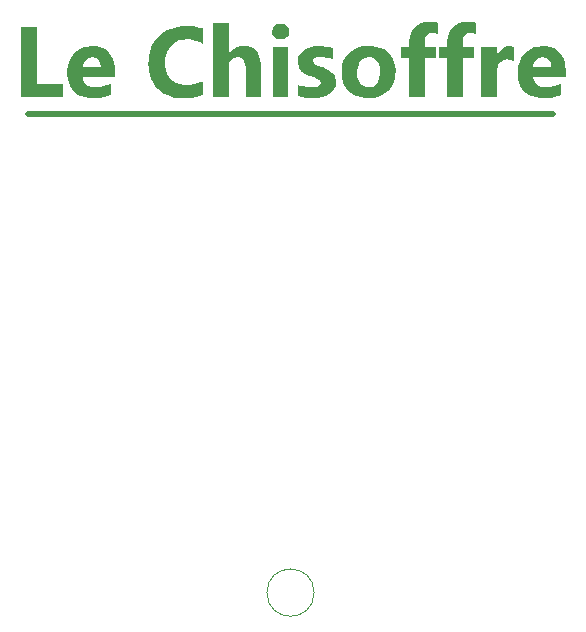
<source format=gbr>
%TF.GenerationSoftware,KiCad,Pcbnew,8.0.8*%
%TF.CreationDate,2025-05-06T21:02:24+02:00*%
%TF.ProjectId,Le Chisoffre,4c652043-6869-4736-9f66-6672652e6b69,rev?*%
%TF.SameCoordinates,Original*%
%TF.FileFunction,Legend,Top*%
%TF.FilePolarity,Positive*%
%FSLAX46Y46*%
G04 Gerber Fmt 4.6, Leading zero omitted, Abs format (unit mm)*
G04 Created by KiCad (PCBNEW 8.0.8) date 2025-05-06 21:02:24*
%MOMM*%
%LPD*%
G01*
G04 APERTURE LIST*
%ADD10C,0.500000*%
%ADD11C,1.200000*%
%ADD12C,0.120000*%
G04 APERTURE END LIST*
D10*
X128587500Y-48418750D02*
X173037500Y-48418750D01*
D11*
G36*
X131519757Y-46940000D02*
G01*
X127999729Y-46940000D01*
X127999729Y-41031277D01*
X129331830Y-41031277D01*
X129331830Y-45814528D01*
X131519757Y-45814528D01*
X131519757Y-46940000D01*
G37*
G36*
X134354237Y-42645271D02*
G01*
X134656247Y-42704004D01*
X134971346Y-42822014D01*
X135246334Y-42993317D01*
X135450113Y-43182568D01*
X135647113Y-43445274D01*
X135795726Y-43746127D01*
X135884598Y-44034364D01*
X135937921Y-44350628D01*
X135955696Y-44694919D01*
X135955696Y-45251793D01*
X133202102Y-45251793D01*
X133262895Y-45538656D01*
X133424983Y-45798317D01*
X133685245Y-45977194D01*
X133986465Y-46066221D01*
X134292579Y-46095072D01*
X134359813Y-46095896D01*
X134656289Y-46082432D01*
X134975369Y-46034072D01*
X135273384Y-45950541D01*
X135550332Y-45831839D01*
X135583470Y-45814528D01*
X135583470Y-46752421D01*
X135310896Y-46862056D01*
X135004803Y-46944762D01*
X134715759Y-46994221D01*
X134402088Y-47023897D01*
X134063791Y-47033789D01*
X133755336Y-47020014D01*
X133414755Y-46967120D01*
X133106425Y-46874556D01*
X132830347Y-46742322D01*
X132586520Y-46570417D01*
X132476701Y-46469588D01*
X132284960Y-46242350D01*
X132132891Y-45983789D01*
X132020491Y-45693903D01*
X131947762Y-45372693D01*
X131917458Y-45081090D01*
X131912500Y-44895687D01*
X131927383Y-44579333D01*
X131953354Y-44407690D01*
X133193309Y-44407690D01*
X134748159Y-44407690D01*
X134713027Y-44078786D01*
X134586837Y-43801815D01*
X134335175Y-43616343D01*
X134013965Y-43563586D01*
X133721606Y-43624036D01*
X133471746Y-43805387D01*
X133296707Y-44058157D01*
X133204223Y-44341139D01*
X133193309Y-44407690D01*
X131953354Y-44407690D01*
X131972034Y-44284231D01*
X132064907Y-43958161D01*
X132200645Y-43662694D01*
X132379248Y-43397829D01*
X132522130Y-43238255D01*
X132760633Y-43030080D01*
X133018920Y-42864976D01*
X133296990Y-42742942D01*
X133594844Y-42663979D01*
X133912482Y-42628087D01*
X134022758Y-42625694D01*
X134354237Y-42645271D01*
G37*
G36*
X143387029Y-46752421D02*
G01*
X143084782Y-46862056D01*
X142795687Y-46934596D01*
X142478873Y-46987352D01*
X142134342Y-47020325D01*
X141826059Y-47032690D01*
X141697357Y-47033789D01*
X141366095Y-47021332D01*
X141053013Y-46983963D01*
X140758113Y-46921681D01*
X140415054Y-46808795D01*
X140100403Y-46656983D01*
X139814160Y-46466245D01*
X139556324Y-46236580D01*
X139332147Y-45974501D01*
X139145967Y-45686518D01*
X138997783Y-45372633D01*
X138887594Y-45032844D01*
X138826801Y-44742363D01*
X138790325Y-44435304D01*
X138778166Y-44111667D01*
X138791859Y-43766483D01*
X138832938Y-43438015D01*
X138901402Y-43126262D01*
X138997252Y-42831224D01*
X139120488Y-42552902D01*
X139271109Y-42291295D01*
X139449116Y-42046403D01*
X139654509Y-41818227D01*
X139881724Y-41611804D01*
X140125196Y-41432903D01*
X140384925Y-41281526D01*
X140660912Y-41157672D01*
X140953156Y-41061341D01*
X141261658Y-40992534D01*
X141586417Y-40951249D01*
X141927433Y-40937487D01*
X142242633Y-40944082D01*
X142538666Y-40963866D01*
X142859816Y-41003616D01*
X143154880Y-41061318D01*
X143387029Y-41125066D01*
X143387029Y-42438115D01*
X143119444Y-42291936D01*
X142836011Y-42181660D01*
X142536730Y-42107288D01*
X142221601Y-42068820D01*
X142034412Y-42062958D01*
X141733552Y-42081506D01*
X141411070Y-42150027D01*
X141119302Y-42269038D01*
X140858249Y-42438539D01*
X140690588Y-42590523D01*
X140491304Y-42839214D01*
X140340967Y-43123669D01*
X140239577Y-43443887D01*
X140191629Y-43746824D01*
X140179143Y-44019344D01*
X140196093Y-44330713D01*
X140258714Y-44662852D01*
X140367477Y-44961472D01*
X140522382Y-45226572D01*
X140661278Y-45395408D01*
X140888201Y-45595262D01*
X141147100Y-45746030D01*
X141437976Y-45847710D01*
X141760829Y-45900303D01*
X141959673Y-45908318D01*
X142294447Y-45894854D01*
X142616599Y-45854462D01*
X142926128Y-45787143D01*
X143223035Y-45692896D01*
X143387029Y-45626950D01*
X143387029Y-46752421D01*
G37*
G36*
X148313895Y-46940000D02*
G01*
X147015500Y-46940000D01*
X147015500Y-44504410D01*
X146991750Y-44184677D01*
X146904004Y-43895263D01*
X146696185Y-43655464D01*
X146381488Y-43564505D01*
X146339925Y-43563586D01*
X146044350Y-43621546D01*
X145806092Y-43795426D01*
X145778655Y-43827369D01*
X145632395Y-44085386D01*
X145569921Y-44373699D01*
X145564698Y-44497083D01*
X145564698Y-46940000D01*
X144261906Y-46940000D01*
X144261906Y-40656120D01*
X145564698Y-40656120D01*
X145564698Y-43311528D01*
X145580818Y-43311528D01*
X145772472Y-43078451D01*
X146026282Y-42867477D01*
X146312630Y-42722139D01*
X146631516Y-42642438D01*
X146879213Y-42625694D01*
X147215467Y-42652690D01*
X147506886Y-42733680D01*
X147808114Y-42910844D01*
X148039288Y-43172372D01*
X148173790Y-43442337D01*
X148263457Y-43766295D01*
X148308291Y-44144245D01*
X148313895Y-44353468D01*
X148313895Y-46940000D01*
G37*
G36*
X149974258Y-42062958D02*
G01*
X149674206Y-42014965D01*
X149433505Y-41870983D01*
X149264055Y-41627655D01*
X149223944Y-41400572D01*
X149290250Y-41110823D01*
X149433505Y-40931625D01*
X149691220Y-40789837D01*
X149974258Y-40749909D01*
X150276875Y-40795338D01*
X150516477Y-40931625D01*
X150690228Y-41184611D01*
X150724572Y-41400572D01*
X150658730Y-41694081D01*
X150516477Y-41876845D01*
X150259808Y-42022064D01*
X149974258Y-42062958D01*
G37*
G36*
X150617594Y-46940000D02*
G01*
X149314802Y-46940000D01*
X149314802Y-42719483D01*
X150617594Y-42719483D01*
X150617594Y-46940000D01*
G37*
G36*
X151425061Y-46846210D02*
G01*
X151425061Y-45908318D01*
X151725615Y-45986993D01*
X152025526Y-46044416D01*
X152065465Y-46050467D01*
X152357240Y-46083075D01*
X152651431Y-46095852D01*
X152669234Y-46095896D01*
X152978445Y-46073182D01*
X153214384Y-46005038D01*
X153410250Y-45784945D01*
X153415151Y-45729532D01*
X153324293Y-45527299D01*
X153091285Y-45385150D01*
X152811976Y-45284424D01*
X152780608Y-45275240D01*
X152494661Y-45181634D01*
X152455277Y-45166796D01*
X152177139Y-45050772D01*
X152011244Y-44966029D01*
X151768426Y-44794078D01*
X151690308Y-44716901D01*
X151525480Y-44467959D01*
X151492472Y-44388639D01*
X151431644Y-44099486D01*
X151425061Y-43946071D01*
X151458871Y-43641716D01*
X151569467Y-43363921D01*
X151578934Y-43348164D01*
X151772519Y-43106408D01*
X151990727Y-42936371D01*
X152266966Y-42796786D01*
X152559213Y-42705188D01*
X152579841Y-42700432D01*
X152875966Y-42649342D01*
X153182190Y-42626862D01*
X153271537Y-42625694D01*
X153571414Y-42639342D01*
X153840134Y-42674054D01*
X154144391Y-42737431D01*
X154408731Y-42813272D01*
X154408731Y-43751165D01*
X154118983Y-43660490D01*
X153878236Y-43610481D01*
X153581764Y-43573890D01*
X153324293Y-43563586D01*
X153083958Y-43585568D01*
X152883190Y-43648583D01*
X152746903Y-43755561D01*
X152698543Y-43902107D01*
X152771816Y-44097013D01*
X152965256Y-44236231D01*
X153231969Y-44341744D01*
X153513151Y-44433978D01*
X153522130Y-44436999D01*
X153798174Y-44542666D01*
X153991076Y-44631905D01*
X154241540Y-44784876D01*
X154351578Y-44878101D01*
X154538424Y-45118528D01*
X154583121Y-45210760D01*
X154655850Y-45507343D01*
X154663721Y-45665052D01*
X154632586Y-45966707D01*
X154530125Y-46245087D01*
X154501055Y-46295198D01*
X154311645Y-46531870D01*
X154068745Y-46720181D01*
X153797600Y-46854412D01*
X153511412Y-46944251D01*
X153445926Y-46959050D01*
X153155567Y-47007441D01*
X152856017Y-47031161D01*
X152714663Y-47033789D01*
X152415031Y-47024813D01*
X152084617Y-46992573D01*
X151767025Y-46936885D01*
X151462255Y-46857751D01*
X151425061Y-46846210D01*
G37*
G36*
X157780043Y-42640077D02*
G01*
X158075231Y-42683224D01*
X158400270Y-42772972D01*
X158693470Y-42904142D01*
X158954831Y-43076734D01*
X159111383Y-43214808D01*
X159314578Y-43449069D01*
X159475732Y-43710018D01*
X159594847Y-43997654D01*
X159671920Y-44311977D01*
X159706954Y-44652988D01*
X159709290Y-44772588D01*
X159694227Y-45088871D01*
X159649040Y-45383758D01*
X159555050Y-45709382D01*
X159417681Y-46004196D01*
X159236932Y-46268202D01*
X159092332Y-46427090D01*
X158845500Y-46633272D01*
X158566622Y-46796797D01*
X158255699Y-46917663D01*
X157912731Y-46995870D01*
X157602445Y-47028456D01*
X157405591Y-47033789D01*
X157086883Y-47019406D01*
X156790214Y-46976258D01*
X156463302Y-46886510D01*
X156168127Y-46755340D01*
X155904688Y-46582749D01*
X155746694Y-46444675D01*
X155541507Y-46208971D01*
X155378772Y-45943695D01*
X155258490Y-45648846D01*
X155180661Y-45324425D01*
X155148232Y-45031484D01*
X155142925Y-44845861D01*
X155143708Y-44829741D01*
X156464768Y-44829741D01*
X156480086Y-45126496D01*
X156542318Y-45441799D01*
X156680185Y-45738554D01*
X156886987Y-45946282D01*
X157162722Y-46064984D01*
X157445158Y-46095896D01*
X157763397Y-46050198D01*
X158051458Y-45881368D01*
X158227038Y-45637645D01*
X158336776Y-45302524D01*
X158377928Y-44953441D01*
X158381585Y-44796036D01*
X158358545Y-44440984D01*
X158289422Y-44146111D01*
X158145647Y-43871699D01*
X157894040Y-43661075D01*
X157606490Y-43574418D01*
X157437831Y-43563586D01*
X157144711Y-43602722D01*
X156880242Y-43734681D01*
X156719757Y-43894780D01*
X156574582Y-44154022D01*
X156494898Y-44446198D01*
X156465764Y-44755163D01*
X156464768Y-44829741D01*
X155143708Y-44829741D01*
X155158202Y-44531310D01*
X155204034Y-44238870D01*
X155299363Y-43917128D01*
X155438690Y-43627225D01*
X155622015Y-43369161D01*
X155768675Y-43214808D01*
X156019337Y-43014601D01*
X156300911Y-42855816D01*
X156613397Y-42738454D01*
X156956795Y-42662513D01*
X157266573Y-42630872D01*
X157462744Y-42625694D01*
X157780043Y-42640077D01*
G37*
G36*
X163282074Y-41599874D02*
G01*
X162990504Y-41516669D01*
X162799939Y-41500223D01*
X162496744Y-41558299D01*
X162276238Y-41759055D01*
X162182523Y-42062340D01*
X162172723Y-42234417D01*
X162172723Y-42719483D01*
X163136994Y-42719483D01*
X163136994Y-43657376D01*
X162172723Y-43657376D01*
X162172723Y-46940000D01*
X160874328Y-46940000D01*
X160874328Y-43657376D01*
X160166512Y-43657376D01*
X160166512Y-42719483D01*
X160874328Y-42719483D01*
X160874328Y-42188988D01*
X160896768Y-41882093D01*
X160977368Y-41564845D01*
X161116586Y-41283317D01*
X161314423Y-41037509D01*
X161343274Y-41009295D01*
X161599638Y-40813748D01*
X161898316Y-40674071D01*
X162194371Y-40597686D01*
X162522824Y-40564076D01*
X162622618Y-40562330D01*
X162922336Y-40575149D01*
X163214068Y-40621796D01*
X163282074Y-40640000D01*
X163282074Y-41599874D01*
G37*
G36*
X166500218Y-41599874D02*
G01*
X166208648Y-41516669D01*
X166018082Y-41500223D01*
X165714887Y-41558299D01*
X165494382Y-41759055D01*
X165400667Y-42062340D01*
X165390867Y-42234417D01*
X165390867Y-42719483D01*
X166355137Y-42719483D01*
X166355137Y-43657376D01*
X165390867Y-43657376D01*
X165390867Y-46940000D01*
X164092472Y-46940000D01*
X164092472Y-43657376D01*
X163384656Y-43657376D01*
X163384656Y-42719483D01*
X164092472Y-42719483D01*
X164092472Y-42188988D01*
X164114912Y-41882093D01*
X164195512Y-41564845D01*
X164334730Y-41283317D01*
X164532567Y-41037509D01*
X164561418Y-41009295D01*
X164817781Y-40813748D01*
X165116460Y-40674071D01*
X165412515Y-40597686D01*
X165740968Y-40564076D01*
X165840762Y-40562330D01*
X166140479Y-40575149D01*
X166432211Y-40621796D01*
X166500218Y-40640000D01*
X166500218Y-41599874D01*
G37*
G36*
X169718361Y-43880125D02*
G01*
X169429540Y-43775849D01*
X169170281Y-43751165D01*
X168877716Y-43795266D01*
X168619840Y-43942576D01*
X168506428Y-44064773D01*
X168360867Y-44330616D01*
X168286454Y-44630064D01*
X168267559Y-44914738D01*
X168267559Y-46940000D01*
X166964768Y-46940000D01*
X166964768Y-42719483D01*
X168267559Y-42719483D01*
X168267559Y-43485917D01*
X168283679Y-43485917D01*
X168417047Y-43193576D01*
X168616661Y-42928956D01*
X168863679Y-42746663D01*
X169158102Y-42646695D01*
X169397426Y-42625694D01*
X169695869Y-42666615D01*
X169718361Y-42675519D01*
X169718361Y-43880125D01*
G37*
G36*
X172497154Y-42645271D02*
G01*
X172799164Y-42704004D01*
X173114263Y-42822014D01*
X173389251Y-42993317D01*
X173593030Y-43182568D01*
X173790029Y-43445274D01*
X173938643Y-43746127D01*
X174027515Y-44034364D01*
X174080838Y-44350628D01*
X174098613Y-44694919D01*
X174098613Y-45251793D01*
X171345019Y-45251793D01*
X171405812Y-45538656D01*
X171567900Y-45798317D01*
X171828162Y-45977194D01*
X172129382Y-46066221D01*
X172435496Y-46095072D01*
X172502730Y-46095896D01*
X172799206Y-46082432D01*
X173118286Y-46034072D01*
X173416301Y-45950541D01*
X173693249Y-45831839D01*
X173726387Y-45814528D01*
X173726387Y-46752421D01*
X173453813Y-46862056D01*
X173147720Y-46944762D01*
X172858676Y-46994221D01*
X172545005Y-47023897D01*
X172206708Y-47033789D01*
X171898253Y-47020014D01*
X171557672Y-46967120D01*
X171249342Y-46874556D01*
X170973264Y-46742322D01*
X170729437Y-46570417D01*
X170619618Y-46469588D01*
X170427877Y-46242350D01*
X170275808Y-45983789D01*
X170163408Y-45693903D01*
X170090679Y-45372693D01*
X170060375Y-45081090D01*
X170055417Y-44895687D01*
X170070300Y-44579333D01*
X170096271Y-44407690D01*
X171336226Y-44407690D01*
X172891076Y-44407690D01*
X172855944Y-44078786D01*
X172729754Y-43801815D01*
X172478092Y-43616343D01*
X172156882Y-43563586D01*
X171864523Y-43624036D01*
X171614663Y-43805387D01*
X171439624Y-44058157D01*
X171347140Y-44341139D01*
X171336226Y-44407690D01*
X170096271Y-44407690D01*
X170114951Y-44284231D01*
X170207824Y-43958161D01*
X170343562Y-43662694D01*
X170522165Y-43397829D01*
X170665047Y-43238255D01*
X170903550Y-43030080D01*
X171161837Y-42864976D01*
X171439907Y-42742942D01*
X171737761Y-42663979D01*
X172055399Y-42628087D01*
X172165675Y-42625694D01*
X172497154Y-42645271D01*
G37*
D12*
%TO.C,SW2*%
X152812500Y-88900000D02*
G75*
G02*
X148812500Y-88900000I-2000000J0D01*
G01*
X148812500Y-88900000D02*
G75*
G02*
X152812500Y-88900000I2000000J0D01*
G01*
%TD*%
M02*

</source>
